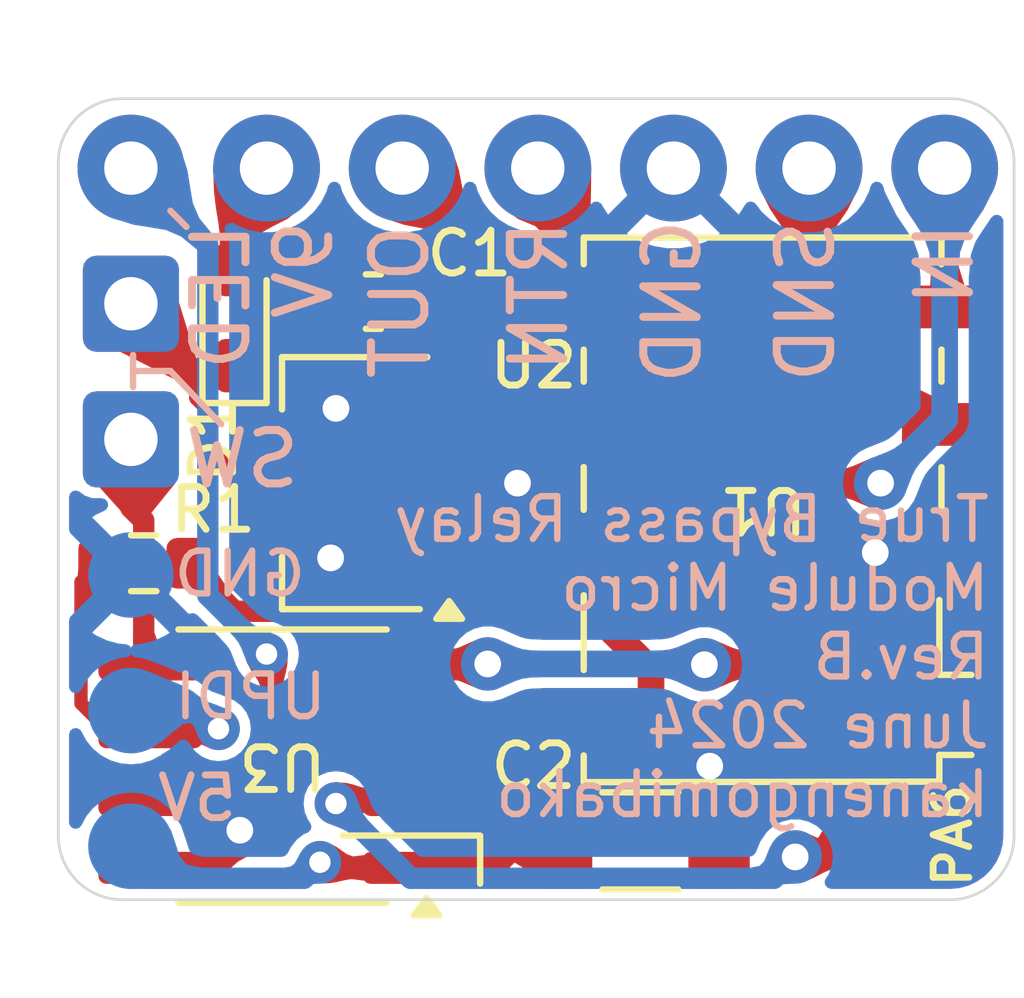
<source format=kicad_pcb>
(kicad_pcb (version 20240108) (generator "pcbnew") (generator_version "8.0")
  (layers (0 "F.Cu" signal) (31 "B.Cu" signal) (34 "B.Paste" user) (35 "F.Paste" user) (36 "B.SilkS" user "B.Silkscreen") (37 "F.SilkS" user "F.Silkscreen") (38 "B.Mask" user) (39 "F.Mask" user) (44 "Edge.Cuts" user))
  (net 0 "")
  (net 1 "GND")
  (net 2 "Net-(D1-A)")
  (net 3 "Net-(J1-Pin_1)")
  (net 4 "Net-(J2-Pin_1)")
  (net 5 "Net-(J3-Pin_1)")
  (net 6 "Net-(J4-Pin_1)")
  (net 7 "Net-(D1-K)")
  (net 8 "+5V")
  (net 9 "Net-(J8-Pin_1)")
  (net 10 "Net-(U3-~{RESET}{slash}PA0)")
  (net 11 "Net-(U3-PA2)")
  (net 12 "Net-(U3-PA6)")
  (net 13 "Net-(U3-PA1)")
  (net 14 "Net-(U3-PA7)")
  (footprint "Package_TO_SOT_SMD:SOT-89-3" (layer "F.Cu") (at -11.05 5.9 180)
    (property "Reference" "U2" (at -3.35 2.2 0) (layer "F.SilkS") (effects (font (size 0.8 0.8) (thickness 0.13))))
    (property "Value" "78L05")
    (fp_line (start 1.36 2.36) (end -1.36 2.36) (stroke (width 0.12)) (layer "F.SilkS"))
    (fp_line (start 1.36 1.38) (end 1.36 2.36) (stroke (width 0.12)) (layer "F.SilkS"))
    (fp_line (start 1.36 -1.38) (end 1.36 -2.36) (stroke (width 0.12)) (layer "F.SilkS"))
    (fp_line (start -1.22 -2.36) (end 1.36 -2.36) (stroke (width 0.12)) (layer "F.SilkS"))
    (fp_poly (pts (xy -1.77 -2.21) (xy -2.01 -2.54) (xy -1.53 -2.54) (xy -1.77 -2.21)) (stroke (width 0.12)) (fill solid) (layer "F.SilkS"))
    (pad "1" smd roundrect (at -1.95 -1.5 180) (size 1.3 0.9) (layers "F.Cu" "F.Paste" "F.Mask") (net 8 "+5V"))
    (pad "2" smd custom (at -1.8625 0 180) (size 1.475 0.9) (layers "F.Cu" "F.Paste" "F.Mask") (net 1 "GND") (options (clearance outline) (anchor rect)) (primitives (gr_poly (pts (xy 3.8625 0.8665) (xy 0.7375 0.8665) (xy 0.7375 -0.8665) (xy 3.8625 -0.8665)) (width 0) (fill yes))))
    (pad "3" smd roundrect (at -1.95 1.5 180) (size 1.3 0.9) (layers "F.Cu" "F.Paste" "F.Mask") (net 7 "Net-(D1-K)"))
  )
  (footprint "Capacitor_SMD:C_1206_3216Metric" (layer "F.Cu") (at -5.7 12.6 180)
    (property "Reference" "C2" (at 2 1.4 0) (layer "F.SilkS") (effects (font (size 0.8 0.8) (thickness 0.13))))
    (property "Value" "100u" (hide yes))
    (fp_line (start -0.711252 0.91) (end 0.711252 0.91) (stroke (width 0.12)) (layer "F.SilkS"))
    (fp_line (start -0.711252 -0.91) (end 0.711252 -0.91) (stroke (width 0.12)) (layer "F.SilkS"))
    (pad "1" smd roundrect (at -1.475 0 180) (size 1.15 1.8) (layers "F.Cu" "F.Paste" "F.Mask") (roundrect_rratio 0.217391) (net 1 "GND"))
    (pad "2" smd roundrect (at 1.475 0 180) (size 1.15 1.8) (layers "F.Cu" "F.Paste" "F.Mask") (roundrect_rratio 0.217391) (net 8 "+5V"))
  )
  (footprint "Relay_SMD:Relay_DPDT_Omron_G6K-2F-Y" (layer "F.Cu") (at -3.4 6.4 180)
    (property "Reference" "U1" (at 0 0 180) (layer "F.SilkS") (effects (font (size 0.8 0.8) (thickness 0.13))))
    (property "Value" "G6KU-2F-Y DC5" (hide yes))
    (fp_line (start 3.36 5.1) (end -3.34 5.1) (stroke (width 0.12)) (layer "F.SilkS"))
    (fp_line (start 3.36 4.6) (end 3.36 5.1) (stroke (width 0.12)) (layer "F.SilkS"))
    (fp_line (start 3.36 2.4) (end 3.36 3) (stroke (width 0.12)) (layer "F.SilkS"))
    (fp_line (start 3.36 0) (end 3.36 0.8) (stroke (width 0.12)) (layer "F.SilkS"))
    (fp_line (start 3.36 -3) (end 3.36 -1.6) (stroke (width 0.12)) (layer "F.SilkS"))
    (fp_line (start 3.36 -5.1) (end 3.36 -4.6) (stroke (width 0.12)) (layer "F.SilkS"))
    (fp_line (start -3.3 -1.69) (end -3.3 -3.09) (stroke (width 0.12)) (layer "F.SilkS"))
    (fp_line (start -3.3 -3.09) (end -3.9 -3.09) (stroke (width 0.12)) (layer "F.SilkS"))
    (fp_line (start -3.3 -4.59) (end -3.9 -4.59) (stroke (width 0.12)) (layer "F.SilkS"))
    (fp_line (start -3.3 -5.09) (end 3.36 -5.1) (stroke (width 0.12)) (layer "F.SilkS"))
    (fp_line (start -3.3 -5.09) (end -3.3 -4.59) (stroke (width 0.12)) (layer "F.SilkS"))
    (fp_line (start -3.34 5.1) (end -3.34 4.6) (stroke (width 0.12)) (layer "F.SilkS"))
    (fp_line (start -3.34 3) (end -3.34 2.4) (stroke (width 0.12)) (layer "F.SilkS"))
    (fp_line (start -3.34 0.8) (end -3.34 0) (stroke (width 0.12)) (layer "F.SilkS"))
    (pad "1" smd rect (at -3.5 -3.8 180) (size 1.8 0.8) (layers "F.Cu" "F.Paste" "F.Mask") (net 13 "Net-(U3-PA1)"))
    (pad "2" smd rect (at -3.5 -0.6 180) (size 1.8 0.8) (layers "F.Cu" "F.Paste" "F.Mask") (net 1 "GND"))
    (pad "3" smd rect (at -3.5 1.6 180) (size 1.8 0.8) (layers "F.Cu" "F.Paste" "F.Mask") (net 4 "Net-(J2-Pin_1)"))
    (pad "4" smd rect (at -3.5 3.8 180) (size 1.8 0.8) (layers "F.Cu" "F.Paste" "F.Mask") (net 3 "Net-(J1-Pin_1)"))
    (pad "5" smd rect (at 3.5 3.8 180) (size 1.8 0.8) (layers "F.Cu" "F.Paste" "F.Mask") (net 5 "Net-(J3-Pin_1)"))
    (pad "6" smd rect (at 3.5 1.6 180) (size 1.8 0.8) (layers "F.Cu" "F.Paste" "F.Mask") (net 6 "Net-(J4-Pin_1)"))
    (pad "7" smd rect (at 3.5 -0.6 180) (size 1.8 0.8) (layers "F.Cu" "F.Paste" "F.Mask") (net 3 "Net-(J1-Pin_1)"))
    (pad "8" smd rect (at 3.5 -3.8 180) (size 1.8 0.8) (layers "F.Cu" "F.Paste" "F.Mask") (net 14 "Net-(U3-PA7)"))
  )
  (footprint "Resistor_SMD:R_0603_1608Metric" (layer "F.Cu") (at -15 7.4)
    (property "Reference" "R1" (at 1.3 -1 0) (layer "F.SilkS") (effects (font (size 0.8 0.8) (thickness 0.13))))
    (property "Value" "10k" (hide yes))
    (fp_line (start -0.237258 -0.5225) (end 0.237258 -0.5225) (stroke (width 0.12)) (layer "F.SilkS"))
    (fp_line (start -0.237258 0.5225) (end 0.237258 0.5225) (stroke (width 0.12)) (layer "F.SilkS"))
    (pad "1" smd roundrect (at -0.825 0) (size 0.8 0.95) (layers "F.Cu" "F.Paste" "F.Mask") (net 10 "Net-(U3-~{RESET}{slash}PA0)"))
    (pad "2" smd roundrect (at 0.825 0) (size 0.8 0.95) (layers "F.Cu" "F.Paste" "F.Mask") (net 8 "+5V"))
  )
  (footprint "Package_SO:SOIC-8_3.9x4.9mm_P1.27mm" (layer "F.Cu") (at -12.4 11.2 180)
    (property "Reference" "U3" (at 0 0 180) (layer "F.SilkS") (effects (font (size 0.8 0.8) (thickness 0.13))))
    (property "Value" "ATtiny202-SS")
    (fp_line (start 0 2.56) (end 1.95 2.56) (stroke (width 0.12)) (layer "F.SilkS"))
    (fp_line (start 0 2.56) (end -1.95 2.56) (stroke (width 0.12)) (layer "F.SilkS"))
    (fp_line (start 0 -2.56) (end 1.95 -2.56) (stroke (width 0.12)) (layer "F.SilkS"))
    (fp_line (start 0 -2.56) (end -1.95 -2.56) (stroke (width 0.12)) (layer "F.SilkS"))
    (fp_poly (pts (xy -2.7 -2.465) (xy -2.94 -2.795) (xy -2.46 -2.795) (xy -2.7 -2.465)) (stroke (width 0.12)) (fill solid) (layer "F.SilkS"))
    (pad "1" smd roundrect (at -2.475 -1.905 180) (size 1.95 0.6) (layers "F.Cu" "F.Paste" "F.Mask") (net 8 "+5V"))
    (pad "2" smd roundrect (at -2.475 -0.635 180) (size 1.95 0.6) (layers "F.Cu" "F.Paste" "F.Mask") (net 12 "Net-(U3-PA6)"))
    (pad "3" smd roundrect (at -2.475 0.635 180) (size 1.95 0.6) (layers "F.Cu" "F.Paste" "F.Mask") (net 14 "Net-(U3-PA7)"))
    (pad "4" smd roundrect (at -2.475 1.905 180) (size 1.95 0.6) (layers "F.Cu" "F.Paste" "F.Mask") (net 13 "Net-(U3-PA1)"))
    (pad "5" smd roundrect (at 2.475 1.905 180) (size 1.95 0.6) (layers "F.Cu" "F.Paste" "F.Mask") (net 11 "Net-(U3-PA2)"))
    (pad "6" smd roundrect (at 2.475 0.635 180) (size 1.95 0.6) (layers "F.Cu" "F.Paste" "F.Mask") (net 10 "Net-(U3-~{RESET}{slash}PA0)"))
    (pad "7" smd roundrect (at 2.475 -0.635 180) (size 1.95 0.6) (layers "F.Cu" "F.Paste" "F.Mask") (net 9 "Net-(J8-Pin_1)"))
    (pad "8" smd roundrect (at 2.475 -1.905 180) (size 1.95 0.6) (layers "F.Cu" "F.Paste" "F.Mask") (net 1 "GND"))
  )
  (footprint "Capacitor_SMD:C_0603_1608Metric" (layer "F.Cu") (at -10.7 2.5 180)
    (property "Reference" "C1" (at -1.8 0.9 0) (layer "F.SilkS") (effects (font (size 0.8 0.8) (thickness 0.13))))
    (property "Value" "10u" (hide yes))
    (fp_line (start -0.14058 0.51) (end 0.14058 0.51) (stroke (width 0.12)) (layer "F.SilkS"))
    (fp_line (start -0.14058 -0.51) (end 0.14058 -0.51) (stroke (width 0.12)) (layer "F.SilkS"))
    (pad "1" smd roundrect (at -0.775 0 180) (size 0.9 0.95) (layers "F.Cu" "F.Paste" "F.Mask") (net 7 "Net-(D1-K)"))
    (pad "2" smd roundrect (at 0.775 0 180) (size 0.9 0.95) (layers "F.Cu" "F.Paste" "F.Mask") (net 1 "GND"))
  )
  (footprint "myFoot:D_SOD-523_HandSoldering" (layer "F.Cu") (at -13.3 2.8 90)
    (property "Reference" "D1" (at -2.3 -0.4 90) (layer "F.SilkS") (effects (font (size 0.8 0.8) (thickness 0.13))))
    (property "Value" "1N4148WT" (hide yes))
    (fp_line (start 0.7 -0.6) (end -1.6 -0.6) (stroke (width 0.12)) (layer "F.SilkS"))
    (fp_line (start -1.6 -0.6) (end -1.6 0.6) (stroke (width 0.12)) (layer "F.SilkS"))
    (fp_line (start 0.7 0.6) (end -1.6 0.6) (stroke (width 0.12)) (layer "F.SilkS"))
    (pad "1" smd roundrect (at -0.9 0 270) (size 1 0.7) (layers "F.Cu" "F.Paste" "F.Mask") (net 7 "Net-(D1-K)"))
    (pad "2" smd roundrect (at 0.9 0 270) (size 1 0.7) (layers "F.Cu" "F.Paste" "F.Mask") (net 2 "Net-(D1-A)"))
  )
  (footprint "myFoot:my_TestPoint_2mm" (layer "F.Cu") (at -1.3 12.5)
    (property "Reference" "TP3" (hide yes))
    (property "Value" "PA6" (at 1.45 0 -90) (layer "F.SilkS") (effects (font (size 0.67 0.67) (thickness 0.127))))
    (pad "1" smd circle (at 0 0) (size 1.8 1.8) (layers "F.Cu" "F.Mask") (net 12 "Net-(U3-PA6)"))
  )
  (footprint "myFoot:my_TestPoint_2mm" (layer "B.Cu") (at -15.24 10.16 180)
    (property "Reference" "TP1" (hide yes))
    (property "Value" "UPDI" (at -2.24 0.26 0) (layer "B.SilkS") (effects (font (size 0.8 0.8) (thickness 0.12)) (justify mirror)))
    (pad "1" smd circle (at 0 0 180) (size 1.6 1.6) (layers "B.Cu" "B.Mask") (net 10 "Net-(U3-~{RESET}{slash}PA0)"))
  )
  (footprint "myFoot:my_WirePad_1mmDrill" (layer "B.Cu") (at -10.16 0 -90)
    (property "Reference" "J4" (hide yes))
    (property "Value" "OUT" (at 2.5 0.04 90) (layer "B.SilkS") (effects (justify mirror)))
    (pad "1" thru_hole circle (at 0 0 270) (size 2 2) (drill 1) (layers "*.Cu" "*.Mask") (net 6 "Net-(J4-Pin_1)"))
  )
  (footprint "myFoot:my_TestPoint_2mm" (layer "B.Cu") (at -15.24 7.62 180)
    (property "Reference" "TP2" (hide yes))
    (property "Value" "GND" (at -2.04 0.02 0) (layer "B.SilkS") (effects (font (size 0.8 0.8) (thickness 0.12)) (justify mirror)))
    (pad "1" smd circle (at 0 0 180) (size 1.6 1.6) (layers "B.Cu" "B.Mask") (net 1 "GND"))
  )
  (footprint "myFoot:my_WirePad_1mmDrill" (layer "B.Cu") (at -15.24 0 -90)
    (property "Reference" "J8" (hide yes))
    (property "Value" "LED" (at 0.95 -1.69 90) (layer "B.SilkS") (effects (justify left mirror)))
    (pad "1" thru_hole circle (at 0 0 270) (size 2 2) (drill 1) (layers "*.Cu" "*.Mask") (net 9 "Net-(J8-Pin_1)"))
  )
  (footprint "myFoot:my_WirePad_1mmDrill" (layer "B.Cu") (at -7.62 0 -90)
    (property "Reference" "J3" (hide yes))
    (property "Value" "RTN" (at 2.4 -0.02 90) (layer "B.SilkS") (effects (justify mirror)))
    (pad "1" thru_hole circle (at 0 0 270) (size 2 2) (drill 1) (layers "*.Cu" "*.Mask") (net 5 "Net-(J3-Pin_1)"))
  )
  (footprint "myFoot:my_WirePad_1mmDrill" (layer "B.Cu") (at 0 0 -90)
    (property "Reference" "J1" (hide yes))
    (property "Value" "IN" (at 1.8 0 90) (layer "B.SilkS") (effects (justify mirror)))
    (pad "1" thru_hole circle (at 0 0 270) (size 2 2) (drill 1) (layers "*.Cu" "*.Mask") (net 3 "Net-(J1-Pin_1)"))
  )
  (footprint "myFoot:my_WirePad_1mmDrill" (layer "B.Cu") (at -2.54 0 -90)
    (property "Reference" "J2" (hide yes))
    (property "Value" "SND" (at 2.5 0.06 90) (layer "B.SilkS") (effects (justify mirror)))
    (pad "1" thru_hole circle (at 0 0 270) (size 2 2) (drill 1) (layers "*.Cu" "*.Mask") (net 4 "Net-(J2-Pin_1)"))
  )
  (footprint "myFoot:my_TestPoint_2mm" (layer "B.Cu") (at -15.24 12.7 180)
    (property "Reference" "TP4" (hide yes))
    (property "Value" "5V" (at -1.24 0.9 0) (layer "B.SilkS") (effects (font (size 0.8 0.8) (thickness 0.13)) (justify mirror)))
    (pad "1" smd circle (at 0 0 180) (size 1.6 1.6) (layers "B.Cu" "B.Mask") (net 8 "+5V"))
  )
  (footprint "myFoot:my_WirePad_1mmDrill" (layer "B.Cu") (at -12.7 0 -90)
    (property "Reference" "J5" (hide yes))
    (property "Value" "9V" (at 1.9 -0.7 -90) (layer "B.SilkS") (effects (justify mirror)))
    (pad "1" thru_hole circle (at 0 0 270) (size 2 2) (drill 1) (layers "*.Cu" "*.Mask") (net 2 "Net-(D1-A)"))
  )
  (footprint "myFoot:my_WirePad_1mmDrill" (layer "B.Cu") (at -5.08 0 -90)
    (property "Reference" "J6" (hide yes))
    (property "Value" "GND" (at 2.5 0.02 90) (layer "B.SilkS") (effects (justify mirror)))
    (pad "1" thru_hole circle (at 0 0 270) (size 2 2) (drill 1) (layers "*.Cu" "*.Mask") (net 1 "GND"))
  )
  (footprint "Connector_PinHeader_2.54mm:PinHeader_1x02_P2.54mm_Vertical" (layer "B.Cu") (at -15.24 5.08)
    (property "Reference" "SW1" (hide yes))
    (property "Value" "SW" (at 0.94 0.37 0) (layer "B.SilkS") (effects (justify right mirror)))
    (pad "1" thru_hole roundrect (at 0 0) (size 1.8 1.8) (drill 1) (layers "*.Cu" "*.Mask") (roundrect_rratio 0.1388888889) (net 11 "Net-(U3-PA2)"))
    (pad "2" thru_hole roundrect (at 0 -2.54) (size 1.8 1.8) (drill 1) (layers "*.Cu" "*.Mask") (roundrect_rratio 0.1388888889) (net 1 "GND"))
  )
  (gr_line (start -14.5 3.8) (end -13.55 4.8) (stroke (width 0.12)) (layer "B.SilkS"))
  (gr_line (start -15.2 3.5) (end -15.2 4.1) (stroke (width 0.12)) (layer "B.SilkS"))
  (gr_line (start -15.2 3.8) (end -14.5 3.8) (stroke (width 0.12)) (layer "B.SilkS"))
  (gr_line (start -14.5 0.8) (end -14.2 1.1) (stroke (width 0.12)) (layer "B.SilkS"))
  (gr_line (start -11.275 12.5) (end -8.725 12.5) (stroke (width 0.12)) (layer "F.SilkS"))
  (gr_line (start -8.7 12.5) (end -8.7 13.4) (stroke (width 0.12)) (layer "F.SilkS"))
  (gr_arc (start -16.6 -0.1) (mid -16.248528 -0.948528) (end -15.4 -1.3) (stroke (width 0.05)) (layer "Edge.Cuts"))
  (gr_line (start 1.3 -0.1) (end 1.3 12.5) (stroke (width 0.05)) (layer "Edge.Cuts"))
  (gr_arc (start 0.1 -1.3) (mid 0.948528 -0.948528) (end 1.3 -0.1) (stroke (width 0.05)) (layer "Edge.Cuts"))
  (gr_arc (start 1.3 12.5) (mid 0.948528 13.348528) (end 0.1 13.7) (stroke (width 0.05)) (layer "Edge.Cuts"))
  (gr_line (start 0.1 -1.3) (end -15.4 -1.3) (stroke (width 0.05)) (layer "Edge.Cuts"))
  (gr_line (start 0.1 13.7) (end -15.4 13.7) (stroke (width 0.05)) (layer "Edge.Cuts"))
  (gr_line (start -16.6 -0.1) (end -16.6 12.5) (stroke (width 0.05)) (layer "Edge.Cuts"))
  (gr_arc (start -15.4 13.7) (mid -16.248528 13.348528) (end -16.6 12.5) (stroke (width 0.05)) (layer "Edge.Cuts"))
  (gr_text "True Bypass Relay \nModule Micro\nRev.B\nJune 2024\nkanengomibako" (at 0.9 12.2 0) (layer "B.SilkS") (effects (font (size 0.8 0.8) (thickness 0.12)) (justify left bottom mirror)))
  (segment (start -1.1 7) (end -1.3 7.2) (width 0.5) (layer "F.Cu") (net 1))
  (segment (start -13.8 5.2) (end -13.1 5.9) (width 0.3) (layer "F.Cu") (net 1))
  (segment (start -4.225 11.375) (end -4.4 11.2) (width 0.5) (layer "F.Cu") (net 1))
  (segment (start -13.8 4.5) (end -13.8 5.2) (width 0.3) (layer "F.Cu") (net 1))
  (segment (start -13.1 5.9) (end -9.1875 5.9) (width 0.3) (layer "F.Cu") (net 1))
  (segment (start -11.475 2.5) (end -11.475 4.425) (width 0.5) (layer "F.Cu") (net 1))
  (segment (start -15.24 2.54) (end -14 3.78) (width 0.3) (layer "F.Cu") (net 1))
  (segment (start -14 4.3) (end -13.8 4.5) (width 0.3) (layer "F.Cu") (net 1))
  (segment (start -9.1875 5.9) (end -10 5.9) (width 0.5) (layer "F.Cu") (net 1))
  (segment (start 0.1 7) (end -1.1 7) (width 0.5) (layer "F.Cu") (net 1))
  (segment (start -10 5.9) (end -11.4 4.5) (width 0.5) (layer "F.Cu") (net 1))
  (segment (start -9.1875 5.9) (end -10.1 5.9) (width 0.5) (layer "F.Cu") (net 1))
  (segment (start -14 3.78) (end -14 4.3) (width 0.3) (layer "F.Cu") (net 1))
  (segment (start -10.1 5.9) (end -11.5 7.3) (width 0.5) (layer "F.Cu") (net 1))
  (segment (start -9.1875 5.9) (end -8 5.9) (width 0.5) (layer "F.Cu") (net 1))
  (segment (start -14.875 13.105) (end -13.905 13.105) (width 0.5) (layer "F.Cu") (net 1))
  (segment (start -11.475 4.425) (end -11.4 4.5) (width 0.5) (layer "F.Cu") (net 1))
  (segment (start -4.225 12.6) (end -4.225 11.375) (width 0.5) (layer "F.Cu") (net 1))
  (segment (start -13.905 13.105) (end -13.2 12.4) (width 0.5) (layer "F.Cu") (net 1))
  (via (at -8 5.9) (size 1) (drill 0.5) (layers "F.Cu" "B.Cu") (net 1))
  (via (at -11.4 4.5) (size 1) (drill 0.5) (layers "F.Cu" "B.Cu") (net 1))
  (via (at -11.5 7.3) (size 1) (drill 0.5) (layers "F.Cu" "B.Cu") (net 1))
  (via (at -13.2 12.4) (size 1) (drill 0.5) (layers "F.Cu" "B.Cu") (net 1))
  (via (at -4.4 11.2) (size 1) (drill 0.5) (layers "F.Cu" "B.Cu") (net 1))
  (via (at -1.3 7.2) (size 1) (drill 0.5) (layers "F.Cu" "B.Cu") (net 1))
  (segment (start -13.3 1.9) (end -13.3 0.6) (width 0.5) (layer "F.Cu") (net 2))
  (segment (start -13.3 0.6) (end -12.7 0) (width 0.5) (layer "F.Cu") (net 2))
  (segment (start 0 0) (end 0 2.5) (width 0.5) (layer "F.Cu") (net 3))
  (segment (start -3.9 7) (end -2.8 5.9) (width 0.5) (layer "F.Cu") (net 3))
  (segment (start -6.9 7) (end -3.9 7) (width 0.5) (layer "F.Cu") (net 3))
  (segment (start -2.8 5.9) (end -1.2 5.9) (width 0.5) (layer "F.Cu") (net 3))
  (segment (start 0 2.5) (end 0.1 2.6) (width 0.5) (layer "F.Cu") (net 3))
  (via (at -1.2 5.9) (size 1) (drill 0.5) (layers "F.Cu" "B.Cu") (net 3))
  (segment (start -1.2 5.9) (end 0 4.7) (width 0.5) (layer "B.Cu") (net 3))
  (segment (start 0 4.7) (end 0 0) (width 0.5) (layer "B.Cu") (net 3))
  (segment (start -2.54 2.66) (end -0.4 4.8) (width 0.5) (layer "F.Cu") (net 4))
  (segment (start -2.54 0) (end -2.54 2.66) (width 0.5) (layer "F.Cu") (net 4))
  (segment (start -0.4 4.8) (end 0.1 4.8) (width 0.5) (layer "F.Cu") (net 4))
  (segment (start -7.62 0) (end -7.62 0.78) (width 0.5) (layer "F.Cu") (net 5))
  (segment (start -7.62 0.78) (end -6.9 1.5) (width 0.5) (layer "F.Cu") (net 5))
  (segment (start -6.9 1.5) (end -6.9 2.6) (width 0.5) (layer "F.Cu") (net 5))
  (segment (start -10.16 0) (end -8.4 1.76) (width 0.5) (layer "F.Cu") (net 6))
  (segment (start -6.9 4.6) (end -6.9 4.8) (width 0.5) (layer "F.Cu") (net 6))
  (segment (start -8.4 3.1) (end -6.9 4.6) (width 0.5) (layer "F.Cu") (net 6))
  (segment (start -8.4 1.76) (end -8.4 3.1) (width 0.5) (layer "F.Cu") (net 6))
  (segment (start -12 1.5) (end -10.925 1.5) (width 0.5) (layer "F.Cu") (net 7))
  (segment (start -12.5 2) (end -12 1.5) (width 0.5) (layer "F.Cu") (net 7))
  (segment (start -13.3 3.7) (end -12.5 2.9) (width 0.5) (layer "F.Cu") (net 7))
  (segment (start -9.9 2.5) (end -9.1 3.3) (width 0.5) (layer "F.Cu") (net 7))
  (segment (start -12.5 2.9) (end -12.5 2) (width 0.5) (layer "F.Cu") (net 7))
  (segment (start -9.1 3.3) (end -9.1 4.4) (width 0.5) (layer "F.Cu") (net 7))
  (segment (start -9.925 2.5) (end -9.9 2.5) (width 0.5) (layer "F.Cu") (net 7))
  (segment (start -10.925 1.5) (end -9.925 2.5) (width 0.5) (layer "F.Cu") (net 7))
  (segment (start -9.925 13.105) (end -11.595 13.105) (width 0.4) (layer "F.Cu") (net 8))
  (segment (start -10.1 7.4) (end -9.1 7.4) (width 0.4) (layer "F.Cu") (net 8))
  (segment (start -11.595 13.105) (end -11.7 13) (width 0.4) (layer "F.Cu") (net 8))
  (segment (start -14.175 7.425) (end -13.3 8.3) (width 0.4) (layer "F.Cu") (net 8))
  (segment (start -7.175 12.6) (end -8 12.6) (width 0.5) (layer "F.Cu") (net 8))
  (segment (start -8 12.6) (end -8.505 13.105) (width 0.5) (layer "F.Cu") (net 8))
  (segment (start -8.2 8.3) (end -6.6 8.3) (width 0.5) (layer "F.Cu") (net 8))
  (segment (start -5.5 10.925) (end -7.175 12.6) (width 0.5) (layer "F.Cu") (net 8))
  (segment (start -11 8.3) (end -10.1 7.4) (width 0.4) (layer "F.Cu") (net 8))
  (segment (start -5.5 9.4) (end -5.5 10.925) (width 0.5) (layer "F.Cu") (net 8))
  (segment (start -8.505 13.105) (end -9.925 13.105) (width 0.5) (layer "F.Cu") (net 8))
  (segment (start -13.3 8.3) (end -11 8.3) (width 0.4) (layer "F.Cu") (net 8))
  (segment (start -6.6 8.3) (end -5.5 9.4) (width 0.5) (layer "F.Cu") (net 8))
  (segment (start -9.1 7.4) (end -8.2 8.3) (width 0.5) (layer "F.Cu") (net 8))
  (segment (start -14.175 7.4) (end -14.175 7.425) (width 0.4) (layer "F.Cu") (net 8))
  (via (at -11.7 13) (size 0.8) (drill 0.4) (layers "F.Cu" "B.Cu") (net 8))
  (segment (start -12 13.3) (end -11.7 13) (width 0.4) (layer "B.Cu") (net 8))
  (segment (start -15.24 12.7) (end -15.24 12.96) (width 0.4) (layer "B.Cu") (net 8))
  (segment (start -15.24 12.96) (end -14.9 13.3) (width 0.4) (layer "B.Cu") (net 8))
  (segment (start -14.9 13.3) (end -12 13.3) (width 0.4) (layer "B.Cu") (net 8))
  (segment (start -12.7 11) (end -12.6 10.9) (width 0.4) (layer "F.Cu") (net 9))
  (segment (start -12.6 10.9) (end -12.6 9.2) (width 0.4) (layer "F.Cu") (net 9))
  (segment (start -14.875 11.835) (end -14.135 11.835) (width 0.5) (layer "F.Cu") (net 9))
  (segment (start -13.1 11.4) (end -12.7 11) (width 0.5) (layer "F.Cu") (net 9))
  (segment (start -14.135 11.835) (end -13.7 11.4) (width 0.5) (layer "F.Cu") (net 9))
  (segment (start -13.7 11.4) (end -13.1 11.4) (width 0.5) (layer "F.Cu") (net 9))
  (segment (start -12.6 9.2) (end -12.7 9.1) (width 0.4) (layer "F.Cu") (net 9))
  (via (at -12.7 9.1) (size 0.8) (drill 0.4) (layers "F.Cu" "B.Cu") (net 9))
  (segment (start -13.8 8) (end -13.8 1.44) (width 0.4) (layer "B.Cu") (net 9))
  (segment (start -13.8 1.44) (end -15.24 0) (width 0.4) (layer "B.Cu") (net 9))
  (segment (start -12.7 9.1) (end -13.8 8) (width 0.4) (layer "B.Cu") (net 9))
  (segment (start -15.635 10.565) (end -14.875 10.565) (width 0.25) (layer "F.Cu") (net 10))
  (segment (start -14.875 10.565) (end -13.665 10.565) (width 0.25) (layer "F.Cu") (net 10))
  (segment (start -16.175 10.025) (end -15.635 10.565) (width 0.25) (layer "F.Cu") (net 10))
  (segment (start -13.665 10.565) (end -13.6 10.5) (width 0.25) (layer "F.Cu") (net 10))
  (segment (start -16.175 7.75) (end -16.175 10.025) (width 0.25) (layer "F.Cu") (net 10))
  (segment (start -15.825 7.4) (end -16.175 7.75) (width 0.25) (layer "F.Cu") (net 10))
  (via (at -13.6 10.5) (size 0.8) (drill 0.4) (layers "F.Cu" "B.Cu") (net 10))
  (segment (start -13.94 10.16) (end -13.6 10.5) (width 0.4) (layer "B.Cu") (net 10))
  (segment (start -15.24 10.16) (end -13.94 10.16) (width 0.4) (layer "B.Cu") (net 10))
  (segment (start -15.24 5.08) (end -15.24 6.36) (width 0.4) (layer "F.Cu") (net 11))
  (segment (start -15 9.17) (end -14.875 9.295) (width 0.4) (layer "F.Cu") (net 11))
  (segment (start -15 6.6) (end -15 9.17) (width 0.4) (layer "F.Cu") (net 11))
  (segment (start -15.24 6.36) (end -15 6.6) (width 0.4) (layer "F.Cu") (net 11))
  (segment (start -9.925 11.835) (end -11.335 11.835) (width 0.4) (layer "F.Cu") (net 12))
  (segment (start -1.7 12.9) (end -1.3 12.5) (width 0.4) (layer "F.Cu") (net 12))
  (segment (start -2.8 12.9) (end -1.7 12.9) (width 0.4) (layer "F.Cu") (net 12))
  (segment (start -11.335 11.835) (end -11.4 11.9) (width 0.4) (layer "F.Cu") (net 12))
  (via (at -2.8 12.9) (size 1) (drill 0.5) (layers "F.Cu" "B.Cu") (net 12))
  (via (at -11.4 11.9) (size 0.8) (drill 0.4) (layers "F.Cu" "B.Cu") (net 12))
  (segment (start -11.4 11.9) (end -10 13.3) (width 0.4) (layer "B.Cu") (net 12))
  (segment (start -3.2 13.3) (end -2.8 12.9) (width 0.4) (layer "B.Cu") (net 12))
  (segment (start -10 13.3) (end -3.2 13.3) (width 0.4) (layer "B.Cu") (net 12))
  (segment (start -2.4 10.2) (end 0.1 10.2) (width 0.5) (layer "F.Cu") (net 13))
  (segment (start -9.925 9.295) (end -8.567182 9.295) (width 0.5) (layer "F.Cu") (net 13))
  (segment (start -4.5 9.3) (end -3.3 9.3) (width 0.5) (layer "F.Cu") (net 13))
  (segment (start -3.3 9.3) (end -2.4 10.2) (width 0.5) (layer "F.Cu") (net 13))
  (segment (start -8.567182 9.295) (end -8.557843 9.285661) (width 0.5) (layer "F.Cu") (net 13))
  (via (at -4.5 9.3) (size 1) (drill 0.5) (layers "F.Cu" "B.Cu") (net 13))
  (via (at -8.557843 9.285661) (size 1) (drill 0.5) (layers "F.Cu" "B.Cu") (net 13))
  (segment (start -8.557843 9.285661) (end -4.514339 9.285661) (width 0.5) (layer "B.Cu") (net 13))
  (segment (start -4.514339 9.285661) (end -4.5 9.3) (width 0.5) (layer "B.Cu") (net 13))
  (segment (start -8.365 10.565) (end -8 10.2) (width 0.5) (layer "F.Cu") (net 14))
  (segment (start -8 10.2) (end -6.9 10.2) (width 0.5) (layer "F.Cu") (net 14))
  (segment (start -9.925 10.565) (end -8.365 10.565) (width 0.5) (layer "F.Cu") (net 14))
  (zone (net 1) (net_name "GND") (layer "B.Cu") (connect_pads (clearance 0.2)) (min_thickness 0.25) (fill yes (thermal_gap 0.5) (thermal_bridge_width 0.5))
    (polygon (pts (xy -17 -1.5) (xy -17 14) (xy 1.5 14) (xy 1.5 -1.5)))
  )
)
</source>
